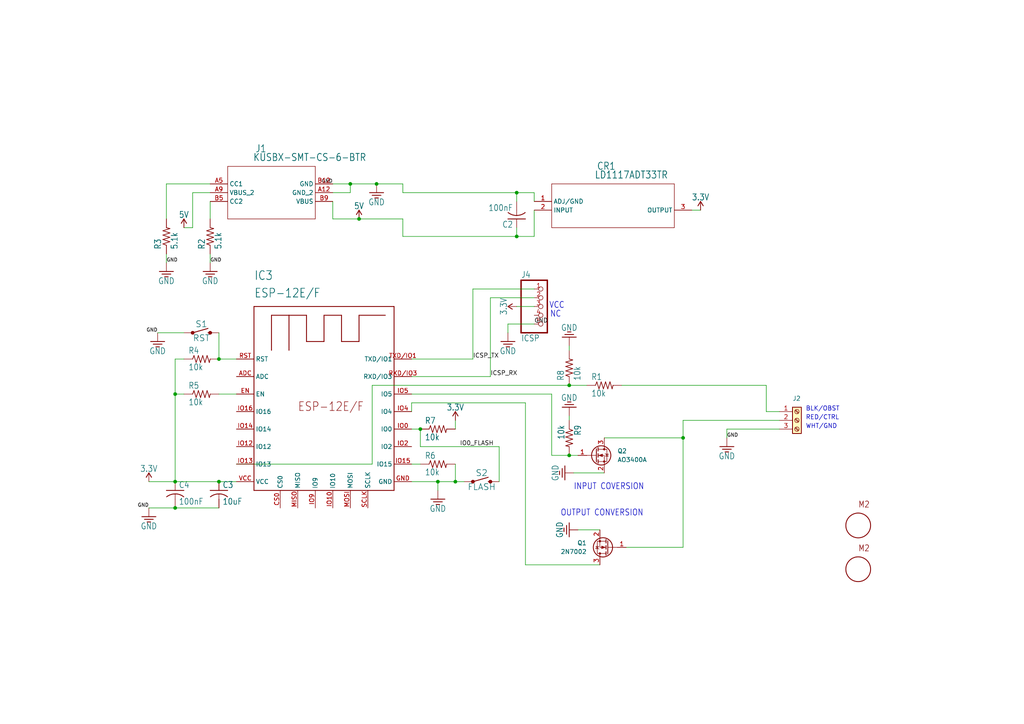
<source format=kicad_sch>
(kicad_sch (version 20231120) (generator "eeschema") (generator_version "8.0")
  (paper "A4")
  (lib_symbols
    (symbol "8266_a1_bridge_v1-eagle-import:3.3V" (power)
      (property "Value" "3.3V" (at 0 2.794 0))
      (symbol "3.3V_1_0"
        (polyline (pts (xy 0 2.54) (xy -0.762 1.27)) (stroke (width 0.254)))
        (polyline (pts (xy 0.762 1.27) (xy 0 2.54)) (stroke (width 0.254)))
        (pin power_in line (at 0 0 90) (length 2.54) (name "3.3V") (number "1"))
      )
    )
    (symbol "8266_a1_bridge_v1-eagle-import:5V" (power)
      (property "Value" "5V" (at 0 2.794 0))
      (symbol "5V_1_0"
        (polyline (pts (xy 0 2.54) (xy -0.762 1.27)) (stroke (width 0.254)))
        (polyline (pts (xy 0.762 1.27) (xy 0 2.54)) (stroke (width 0.254)))
        (pin power_in line (at 0 0 90) (length 2.54) (name "5V") (number "1"))
      )
    )
    (symbol "8266_a1_bridge_v1-eagle-import:GND2" (power)
      (property "Value" "GND2" (at 0 -1.778 0))
      (symbol "GND2_1_0"
        (polyline (pts (xy -2.032 0) (xy 2.032 0)) (stroke (width 0.254)))
        (polyline (pts (xy -1.27 -0.762) (xy 1.27 -0.762)) (stroke (width 0.254)))
        (polyline (pts (xy -0.508 -1.524) (xy 0.508 -1.524)) (stroke (width 0.254)))
        (pin power_in line (at 0 2.54 270) (length 2.54) (name "GND") (number "1"))
      )
    )
    (symbol "Library:2N7002" (pin_names hide)
      (property "Reference" "Q" (at 5.08 1.905 0))
      (property "Value" "2N7002" (at 5.08 0 0))
      (symbol "2N7002_0_1"
        (polyline (pts (xy 0.254 0) (xy -2.54 0)))
        (polyline (pts (xy 0.254 1.905) (xy 0.254 -1.905)) (stroke (width 0.254)))
        (polyline (pts (xy 0.762 -1.27) (xy 0.762 -2.286)) (stroke (width 0.254)))
        (polyline (pts (xy 0.762 0.508) (xy 0.762 -0.508)) (stroke (width 0.254)))
        (polyline (pts (xy 0.762 2.286) (xy 0.762 1.27)) (stroke (width 0.254)))
        (polyline (pts (xy 2.54 2.54) (xy 2.54 1.778)))
        (polyline (pts (xy 2.54 -2.54) (xy 2.54 0) (xy 0.762 0)))
        (polyline (pts (xy 0.762 -1.778) (xy 3.302 -1.778) (xy 3.302 1.778) (xy 0.762 1.778)))
        (polyline (pts (xy 1.016 0) (xy 2.032 0.381) (xy 2.032 -0.381) (xy 1.016 0)) (fill (type outline)))
        (polyline (pts (xy 2.794 0.508) (xy 2.921 0.381) (xy 3.683 0.381) (xy 3.81 0.254)))
        (polyline (pts (xy 3.302 0.381) (xy 2.921 -0.254) (xy 3.683 -0.254) (xy 3.302 0.381)))
        (circle (center 1.651 0) (radius 2.794) (stroke (width 0.254)))
        (circle (center 2.54 -1.778) (radius 0.254) (fill (type outline)))
        (circle (center 2.54 1.778) (radius 0.254) (fill (type outline)))
      )
      (symbol "2N7002_1_1"
        (pin input line (at -5.08 0 0) (length 2.54) (name "G") (number "1"))
        (pin passive line (at 2.54 -5.08 90) (length 2.54) (name "S") (number "2"))
        (pin passive line (at 2.54 5.08 270) (length 2.54) (name "D") (number "3"))
      )
    )
    (symbol "Library:AO3400A" (pin_names hide)
      (property "Reference" "Q" (at 5.08 1.905 0))
      (property "Value" "AO3400A" (at 5.08 0 0))
      (symbol "AO3400A_0_1"
        (polyline (pts (xy 0.254 0) (xy -2.54 0)))
        (polyline (pts (xy 0.254 1.905) (xy 0.254 -1.905)) (stroke (width 0.254)))
        (polyline (pts (xy 0.762 -1.27) (xy 0.762 -2.286)) (stroke (width 0.254)))
        (polyline (pts (xy 0.762 0.508) (xy 0.762 -0.508)) (stroke (width 0.254)))
        (polyline (pts (xy 0.762 2.286) (xy 0.762 1.27)) (stroke (width 0.254)))
        (polyline (pts (xy 2.54 2.54) (xy 2.54 1.778)))
        (polyline (pts (xy 2.54 -2.54) (xy 2.54 0) (xy 0.762 0)))
        (polyline (pts (xy 0.762 -1.778) (xy 3.302 -1.778) (xy 3.302 1.778) (xy 0.762 1.778)))
        (polyline (pts (xy 1.016 0) (xy 2.032 0.381) (xy 2.032 -0.381) (xy 1.016 0)) (fill (type outline)))
        (polyline (pts (xy 2.794 0.508) (xy 2.921 0.381) (xy 3.683 0.381) (xy 3.81 0.254)))
        (polyline (pts (xy 3.302 0.381) (xy 2.921 -0.254) (xy 3.683 -0.254) (xy 3.302 0.381)))
        (circle (center 1.651 0) (radius 2.794) (stroke (width 0.254)))
        (circle (center 2.54 -1.778) (radius 0.254) (fill (type outline)))
        (circle (center 2.54 1.778) (radius 0.254) (fill (type outline)))
      )
      (symbol "AO3400A_1_1"
        (pin input line (at -5.08 0 0) (length 2.54) (name "G") (number "1"))
        (pin passive line (at 2.54 -5.08 90) (length 2.54) (name "S") (number "2"))
        (pin passive line (at 2.54 5.08 270) (length 2.54) (name "D") (number "3"))
      )
    )
    (symbol "Library:C-USC0805"
      (property "Reference" "C" (at 1.016 0.635 0))
      (property "Value" "C-USC0805" (at 1.016 -4.191 0))
      (symbol "C-USC0805_1_0"
        (arc (start 0 -1.0161) (mid -1.302 -1.2303) (end -2.4668 -1.8504) (stroke (width 0.254)))
        (polyline (pts (xy -2.54 0) (xy 2.54 0)) (stroke (width 0.254)))
        (polyline (pts (xy 0 -1.016) (xy 0 -2.54)) (stroke (width 0.1524)))
        (arc (start 2.4892 -1.8542) (mid 1.3158 -1.2195) (end 0 -1) (stroke (width 0.254)))
        (pin passive line (at 0 2.54 270) (length 2.54) (name "1") (number "1"))
        (pin passive line (at 0 -5.08 90) (length 2.54) (name "2") (number "2"))
      )
    )
    (symbol "Library:ESP-12E/F"
      (property "Reference" "IC" (at -20.32 43.18 0))
      (property "Value" "ESP-12E{slash}F" (at -20.32 38.1 0))
      (symbol "ESP-12E/F_1_0"
        (polyline (pts (xy -20.32 -17.78) (xy -20.32 35.56)) (stroke (width 0.254)))
        (polyline (pts (xy -20.32 35.56) (xy 20.32 35.56)) (stroke (width 0.254)))
        (polyline (pts (xy -15.24 22.86) (xy -15.24 33.02)) (stroke (width 0.254)))
        (polyline (pts (xy -15.24 33.02) (xy -10.16 33.02)) (stroke (width 0.254)))
        (polyline (pts (xy -10.16 22.86) (xy -10.16 33.02)) (stroke (width 0.254)))
        (polyline (pts (xy -10.16 33.02) (xy -5.08 33.02)) (stroke (width 0.254)))
        (polyline (pts (xy -5.08 25.4) (xy 0 25.4)) (stroke (width 0.254)))
        (polyline (pts (xy -5.08 33.02) (xy -5.08 25.4)) (stroke (width 0.254)))
        (polyline (pts (xy 0 25.4) (xy 0 33.02)) (stroke (width 0.254)))
        (polyline (pts (xy 0 33.02) (xy 5.08 33.02)) (stroke (width 0.254)))
        (polyline (pts (xy 5.08 25.4) (xy 10.16 25.4)) (stroke (width 0.254)))
        (polyline (pts (xy 5.08 33.02) (xy 5.08 25.4)) (stroke (width 0.254)))
        (polyline (pts (xy 10.16 25.4) (xy 10.16 33.02)) (stroke (width 0.254)))
        (polyline (pts (xy 10.16 33.02) (xy 17.78 33.02)) (stroke (width 0.254)))
        (polyline (pts (xy 20.32 -17.78) (xy -20.32 -17.78)) (stroke (width 0.254)))
        (polyline (pts (xy 20.32 35.56) (xy 20.32 -17.78)) (stroke (width 0.254)))
        (text "ESP-12E/F" (at -7.62 5.08 0) (effects (font (size 2.54 2.159)) (justify left bottom)))
        (pin bidirectional line (at -25.4 15.24 0) (length 5.08) (name "ADC") (number "ADC"))
        (pin bidirectional line (at -12.7 -22.86 90) (length 5.08) (name "CS0") (number "CS0"))
        (pin bidirectional line (at -25.4 10.16 0) (length 5.08) (name "EN") (number "EN"))
        (pin power_in line (at 25.4 -15.24 180) (length 5.08) (name "GND") (number "GND"))
        (pin bidirectional line (at 25.4 0 180) (length 5.08) (name "IO0") (number "IO0"))
        (pin bidirectional line (at 2.54 -22.86 90) (length 5.08) (name "IO10") (number "IO10"))
        (pin bidirectional line (at -25.4 -5.08 0) (length 5.08) (name "IO12") (number "IO12"))
        (pin bidirectional line (at -25.4 -10.16 0) (length 5.08) (name "IO13") (number "IO13"))
        (pin bidirectional line (at -25.4 0 0) (length 5.08) (name "IO14") (number "IO14"))
        (pin bidirectional line (at 25.4 -10.16 180) (length 5.08) (name "IO15") (number "IO15"))
        (pin bidirectional line (at -25.4 5.08 0) (length 5.08) (name "IO16") (number "IO16"))
        (pin bidirectional line (at 25.4 -5.08 180) (length 5.08) (name "IO2") (number "IO2"))
        (pin bidirectional line (at 25.4 5.08 180) (length 5.08) (name "IO4") (number "IO4"))
        (pin bidirectional line (at 25.4 10.16 180) (length 5.08) (name "IO5") (number "IO5"))
        (pin bidirectional line (at -2.54 -22.86 90) (length 5.08) (name "IO9") (number "IO9"))
        (pin bidirectional line (at -7.62 -22.86 90) (length 5.08) (name "MISO") (number "MISO"))
        (pin bidirectional line (at 7.62 -22.86 90) (length 5.08) (name "MOSI") (number "MOSI"))
        (pin input line (at -25.4 20.32 0) (length 5.08) (name "RST") (number "RST"))
        (pin bidirectional line (at 25.4 15.24 180) (length 5.08) (name "RXD/IO3") (number "RXD/IO3"))
        (pin bidirectional line (at 12.7 -22.86 90) (length 5.08) (name "SCLK") (number "SCLK"))
        (pin bidirectional line (at 25.4 20.32 180) (length 5.08) (name "TXD/IO1") (number "TXD/IO1"))
        (pin power_in line (at -25.4 -15.24 0) (length 5.08) (name "VCC") (number "VCC"))
      )
    )
    (symbol "Library:KUSBX-SMT-CS-6-BTR"
      (property "Reference" "J" (at 15.5956 9.1186 0))
      (property "Value" "KUSBX-SMT-CS-6-BTR" (at 14.9606 6.5786 0))
      (symbol "KUSBX-SMT-CS-6-BTR_1_0"
        (polyline (pts (xy 7.62 -10.16) (xy 33.02 -10.16)) (stroke (width 0.1524)))
        (polyline (pts (xy 7.62 5.08) (xy 7.62 -10.16)) (stroke (width 0.1524)))
        (polyline (pts (xy 33.02 -10.16) (xy 33.02 5.08)) (stroke (width 0.1524)))
        (polyline (pts (xy 33.02 5.08) (xy 7.62 5.08)) (stroke (width 0.1524)))
        (pin passive line (at 38.1 -2.54 180) (length 5.08) (name "GND_2") (number "A12"))
        (pin bidirectional line (at 2.54 0 0) (length 5.08) (name "CC1") (number "A5"))
        (pin power_in line (at 2.54 -2.54 0) (length 5.08) (name "VBUS_2") (number "A9"))
        (pin passive line (at 38.1 0 180) (length 5.08) (name "GND") (number "B12"))
        (pin bidirectional line (at 2.54 -5.08 0) (length 5.08) (name "CC2") (number "B5"))
        (pin power_in line (at 38.1 -5.08 180) (length 5.08) (name "VBUS") (number "B9"))
      )
    )
    (symbol "Library:LD1117ADT33TR"
      (property "Reference" "CR" (at 20.6756 9.1186 0))
      (property "Value" "LD1117ADT33TR" (at 20.0406 6.5786 0))
      (symbol "LD1117ADT33TR_1_0"
        (polyline (pts (xy 7.62 -7.62) (xy 43.18 -7.62)) (stroke (width 0.1524)))
        (polyline (pts (xy 7.62 5.08) (xy 7.62 -7.62)) (stroke (width 0.1524)))
        (polyline (pts (xy 43.18 -7.62) (xy 43.18 5.08)) (stroke (width 0.1524)))
        (polyline (pts (xy 43.18 5.08) (xy 7.62 5.08)) (stroke (width 0.1524)))
        (pin passive line (at 2.54 0 0) (length 5.08) (name "ADJ/GND") (number "1"))
        (pin input line (at 2.54 -2.54 0) (length 5.08) (name "INPUT") (number "2"))
        (pin output line (at 48.26 -2.54 180) (length 5.08) (name "OUTPUT") (number "3"))
      )
    )
    (symbol "Library:M2-POST"
      (symbol "M2-POST_1_0"
        (circle (center 0 0) (radius 3.5921) (stroke (width 0.254)))
        (text "M2" (at 0 5.08 0) (effects (font (size 1.778 1.5113)) (justify left bottom)))
      )
    )
    (symbol "Library:MOMENTARY-SWITCH-SPST-PTH-6.0MM"
      (property "Reference" "S" (at 0 1.524 0))
      (property "Value" "MOMENTARY-SWITCH-SPST-PTH-6.0MM" (at 0 -0.508 0))
      (symbol "MOMENTARY-SWITCH-SPST-PTH-6.0MM_1_0"
        (circle (center -2.54 0) (radius 0.127) (stroke (width 0.4064)))
        (polyline (pts (xy -2.54 0) (xy 1.905 1.27)) (stroke (width 0.254)))
        (polyline (pts (xy 1.905 0) (xy 2.54 0)) (stroke (width 0.254)))
        (circle (center 2.54 0) (radius 0.127) (stroke (width 0.4064)))
        (pin passive line (at -5.08 0 0) (length 2.54) (name "1") (number "1"))
        (pin passive line (at 5.08 0 180) (length 2.54) (name "2") (number "3"))
      )
    )
    (symbol "Library:PINHD-1X5"
      (property "Reference" "JP" (at -6.35 8.255 0))
      (property "Value" "PINHD-1X5" (at -6.35 -10.16 0))
      (symbol "PINHD-1X5_1_0"
        (polyline (pts (xy -6.35 -7.62) (xy 1.27 -7.62)) (stroke (width 0.4064)))
        (polyline (pts (xy -6.35 7.62) (xy -6.35 -7.62)) (stroke (width 0.4064)))
        (polyline (pts (xy 1.27 -7.62) (xy 1.27 7.62)) (stroke (width 0.4064)))
        (polyline (pts (xy 1.27 7.62) (xy -6.35 7.62)) (stroke (width 0.4064)))
        (pin passive inverted (at -2.54 5.08 0) (length 2.54) (name "1") (number "1"))
        (pin passive inverted (at -2.54 2.54 0) (length 2.54) (name "2") (number "2"))
        (pin passive inverted (at -2.54 0 0) (length 2.54) (name "3") (number "3"))
        (pin passive inverted (at -2.54 -2.54 0) (length 2.54) (name "4") (number "4"))
        (pin passive inverted (at -2.54 -5.08 0) (length 2.54) (name "5") (number "5"))
      )
    )
    (symbol "Library:R-US_R0805"
      (property "Reference" "R" (at -3.81 1.4986 0))
      (property "Value" "R-US_R0805" (at -3.81 -3.302 0))
      (symbol "R-US_R0805_1_0"
        (polyline (pts (xy -2.54 0) (xy -2.159 1.016)) (stroke (width 0.2032)))
        (polyline (pts (xy -2.159 1.016) (xy -1.524 -1.016)) (stroke (width 0.2032)))
        (polyline (pts (xy -1.524 -1.016) (xy -0.889 1.016)) (stroke (width 0.2032)))
        (polyline (pts (xy -0.889 1.016) (xy -0.254 -1.016)) (stroke (width 0.2032)))
        (polyline (pts (xy -0.254 -1.016) (xy 0.381 1.016)) (stroke (width 0.2032)))
        (polyline (pts (xy 0.381 1.016) (xy 1.016 -1.016)) (stroke (width 0.2032)))
        (polyline (pts (xy 1.016 -1.016) (xy 1.651 1.016)) (stroke (width 0.2032)))
        (polyline (pts (xy 1.651 1.016) (xy 2.286 -1.016)) (stroke (width 0.2032)))
        (polyline (pts (xy 2.286 -1.016) (xy 2.54 0)) (stroke (width 0.2032)))
        (pin passive line (at -5.08 0 0) (length 2.54) (name "1") (number "1"))
        (pin passive line (at 5.08 0 180) (length 2.54) (name "2") (number "2"))
      )
    )
    (symbol "Library:Screw_Terminal_01x03" (pin_names (offset 1.016) hide)
      (property "Reference" "J" (at 0 5.08 0))
      (property "Value" "Screw_Terminal_01x03" (at 0 -5.08 0))
      (symbol "Screw_Terminal_01x03_1_1"
        (rectangle (start -1.27 3.81) (end 1.27 -3.81) (stroke (width 0.254)) (fill (type background)))
        (circle (center 0 -2.54) (radius 0.635) (stroke (width 0.1524)))
        (polyline (pts (xy -0.5334 -2.2098) (xy 0.3302 -3.048)) (stroke (width 0.1524)))
        (polyline (pts (xy -0.5334 0.3302) (xy 0.3302 -0.508)) (stroke (width 0.1524)))
        (polyline (pts (xy -0.5334 2.8702) (xy 0.3302 2.032)) (stroke (width 0.1524)))
        (polyline (pts (xy -0.3556 -2.032) (xy 0.508 -2.8702)) (stroke (width 0.1524)))
        (polyline (pts (xy -0.3556 0.508) (xy 0.508 -0.3302)) (stroke (width 0.1524)))
        (polyline (pts (xy -0.3556 3.048) (xy 0.508 2.2098)) (stroke (width 0.1524)))
        (circle (center 0 0) (radius 0.635) (stroke (width 0.1524)))
        (circle (center 0 2.54) (radius 0.635) (stroke (width 0.1524)))
        (pin passive line (at -5.08 2.54 0) (length 3.81) (name "Pin_1") (number "1"))
        (pin passive line (at -5.08 0 0) (length 3.81) (name "Pin_2") (number "2"))
        (pin passive line (at -5.08 -2.54 0) (length 3.81) (name "Pin_3") (number "3"))
      )
    )
  )
  (junction (at 198.12 127))
  (junction (at 101.6 53.34))
  (junction (at 63.5 139.7))
  (junction (at 165.1 111.76))
  (junction (at 50.8 147.32))
  (junction (at 132.08 139.7))
  (junction (at 127 139.7))
  (junction (at 149.86 68.58))
  (junction (at 165.1 132.08))
  (junction (at 50.8 139.7))
  (junction (at 50.8 114.3))
  (junction (at 109.22 53.34))
  (junction (at 63.5 104.14))
  (junction (at 104.14 63.5))
  (junction (at 121.92 124.46))
  (junction (at 149.86 55.88))
  (wire (pts (xy 50.8 139.7) (xy 63.5 139.7)))
  (wire (pts (xy 167.64 153.67) (xy 173.99 153.67)))
  (wire (pts (xy 165.1 120.65) (xy 165.1 121.92)))
  (wire (pts (xy 63.5 139.7) (xy 68.58 139.7)))
  (wire (pts (xy 109.22 53.34) (xy 116.84 53.34)))
  (wire (pts (xy 198.12 127) (xy 198.12 121.92)))
  (wire (pts (xy 43.18 147.32) (xy 50.8 147.32)))
  (wire (pts (xy 198.12 121.92) (xy 226.06 121.92)))
  (wire (pts (xy 50.8 139.7) (xy 50.8 114.3)))
  (wire (pts (xy 149.86 55.88) (xy 154.94 55.88)))
  (wire (pts (xy 63.5 104.14) (xy 63.5 96.52)))
  (wire (pts (xy 60.96 53.34) (xy 48.26 53.34)))
  (wire (pts (xy 222.25 119.38) (xy 226.06 119.38)))
  (wire (pts (xy 137.16 83.82) (xy 154.94 83.82)))
  (wire (pts (xy 160.02 114.3) (xy 160.02 132.08)))
  (wire (pts (xy 132.08 134.62) (xy 132.08 139.7)))
  (wire (pts (xy 119.38 114.3) (xy 160.02 114.3)))
  (wire (pts (xy 127 139.7) (xy 127 142.24)))
  (wire (pts (xy 166.37 137.16) (xy 175.26 137.16)))
  (wire (pts (xy 45.72 96.52) (xy 53.34 96.52)))
  (wire (pts (xy 132.08 121.92) (xy 132.08 124.46)))
  (wire (pts (xy 96.52 63.5) (xy 104.14 63.5)))
  (wire (pts (xy 152.4 163.83) (xy 173.99 163.83)))
  (wire (pts (xy 222.25 111.76) (xy 222.25 119.38)))
  (wire (pts (xy 116.84 63.5) (xy 116.84 68.58)))
  (wire (pts (xy 121.92 129.54) (xy 144.78 129.54)))
  (wire (pts (xy 165.1 111.76) (xy 170.18 111.76)))
  (wire (pts (xy 107.95 111.76) (xy 165.1 111.76)))
  (wire (pts (xy 160.02 132.08) (xy 165.1 132.08)))
  (wire (pts (xy 154.94 55.88) (xy 154.94 58.42)))
  (wire (pts (xy 165.1 100.33) (xy 165.1 101.6)))
  (wire (pts (xy 60.96 55.88) (xy 55.88 55.88)))
  (wire (pts (xy 144.78 129.54) (xy 144.78 139.7)))
  (wire (pts (xy 50.8 104.14) (xy 53.34 104.14)))
  (wire (pts (xy 48.26 53.34) (xy 48.26 63.5)))
  (wire (pts (xy 149.86 88.9) (xy 154.94 88.9)))
  (wire (pts (xy 149.86 68.58) (xy 154.94 68.58)))
  (wire (pts (xy 154.94 68.58) (xy 154.94 60.96)))
  (wire (pts (xy 119.38 139.7) (xy 127 139.7)))
  (wire (pts (xy 119.38 124.46) (xy 121.92 124.46)))
  (wire (pts (xy 68.58 134.62) (xy 107.95 134.62)))
  (wire (pts (xy 119.38 116.84) (xy 152.4 116.84)))
  (wire (pts (xy 127 139.7) (xy 132.08 139.7)))
  (wire (pts (xy 142.24 86.36) (xy 154.94 86.36)))
  (wire (pts (xy 198.12 158.75) (xy 198.12 127)))
  (wire (pts (xy 96.52 55.88) (xy 101.6 55.88)))
  (wire (pts (xy 147.32 93.98) (xy 154.94 93.98)))
  (wire (pts (xy 60.96 76.2) (xy 60.96 73.66)))
  (wire (pts (xy 53.34 114.3) (xy 50.8 114.3)))
  (wire (pts (xy 165.1 132.08) (xy 167.64 132.08)))
  (wire (pts (xy 119.38 134.62) (xy 121.92 134.62)))
  (wire (pts (xy 119.38 104.14) (xy 137.16 104.14)))
  (wire (pts (xy 96.52 53.34) (xy 101.6 53.34)))
  (wire (pts (xy 210.82 127) (xy 210.82 124.46)))
  (wire (pts (xy 60.96 58.42) (xy 60.96 63.5)))
  (wire (pts (xy 101.6 55.88) (xy 101.6 53.34)))
  (wire (pts (xy 121.92 124.46) (xy 121.92 129.54)))
  (wire (pts (xy 175.26 127) (xy 198.12 127)))
  (wire (pts (xy 149.86 66.04) (xy 149.86 68.58)))
  (wire (pts (xy 180.34 111.76) (xy 222.25 111.76)))
  (wire (pts (xy 210.82 124.46) (xy 226.06 124.46)))
  (wire (pts (xy 96.52 58.42) (xy 96.52 63.5)))
  (wire (pts (xy 137.16 104.14) (xy 137.16 83.82)))
  (wire (pts (xy 132.08 139.7) (xy 134.62 139.7)))
  (wire (pts (xy 116.84 68.58) (xy 149.86 68.58)))
  (wire (pts (xy 68.58 104.14) (xy 63.5 104.14)))
  (wire (pts (xy 101.6 53.34) (xy 109.22 53.34)))
  (wire (pts (xy 116.84 55.88) (xy 149.86 55.88)))
  (wire (pts (xy 104.14 63.5) (xy 116.84 63.5)))
  (wire (pts (xy 50.8 114.3) (xy 50.8 104.14)))
  (wire (pts (xy 181.61 158.75) (xy 198.12 158.75)))
  (wire (pts (xy 55.88 66.04) (xy 53.34 66.04)))
  (wire (pts (xy 50.8 147.32) (xy 63.5 147.32)))
  (wire (pts (xy 107.95 134.62) (xy 107.95 111.76)))
  (wire (pts (xy 55.88 55.88) (xy 55.88 66.04)))
  (wire (pts (xy 152.4 116.84) (xy 152.4 163.83)))
  (wire (pts (xy 43.18 139.7) (xy 50.8 139.7)))
  (wire (pts (xy 119.38 109.22) (xy 142.24 109.22)))
  (wire (pts (xy 116.84 55.88) (xy 116.84 53.34)))
  (wire (pts (xy 48.26 76.2) (xy 48.26 73.66)))
  (wire (pts (xy 68.58 114.3) (xy 63.5 114.3)))
  (wire (pts (xy 149.86 58.42) (xy 149.86 55.88)))
  (wire (pts (xy 200.66 60.96) (xy 203.2 60.96)))
  (wire (pts (xy 147.32 96.52) (xy 147.32 93.98)))
  (wire (pts (xy 119.38 119.38) (xy 119.38 116.84)))
  (wire (pts (xy 142.24 109.22) (xy 142.24 86.36)))
  (text "INPUT COVERSION" (at 166.37 142.24 0) (effects (font (size 1.778 1.5113)) (justify left bottom)))
  (text "BLK/OBST" (at 233.68 119.38 0) (effects (font (size 1.27 1.27)) (justify left bottom)))
  (text "NC" (at 159.512 92.202 0) (effects (font (size 1.778 1.5113)) (justify left bottom)))
  (text "WHT/GND" (at 233.68 124.46 0) (effects (font (size 1.27 1.27)) (justify left bottom)))
  (text "OUTPUT CONVERSION" (at 162.56 149.86 0) (effects (font (size 1.778 1.5113)) (justify left bottom)))
  (text "RED/CTRL" (at 233.68 121.92 0) (effects (font (size 1.27 1.27)) (justify left bottom)))
  (text "VCC" (at 159.258 89.662 0) (effects (font (size 1.778 1.5113)) (justify left bottom)))
  (label "IO0_FLASH" (at 133.35 129.54 0) (effects (font (size 1.2446 1.2446))))
  (label "GND" (at 60.96 76.2 0) (effects (font (size 1.016 1.016))))
  (label "GND" (at 154.94 93.98 0) (effects (font (size 1.2446 1.2446))))
  (label "GND" (at 43.18 147.32 180) (effects (font (size 1.016 1.016))))
  (label "ICSP_RX" (at 142.24 109.22 0) (effects (font (size 1.2446 1.2446))))
  (label "GND" (at 96.52 53.34 180) (effects (font (size 1.016 1.016))))
  (label "GND" (at 45.72 96.52 180) (effects (font (size 1.016 1.016))))
  (label "GND" (at 48.26 76.2 0) (effects (font (size 1.016 1.016))))
  (label "ICSP_TX" (at 137.16 104.14 0) (effects (font (size 1.2446 1.2446))))
  (label "GND" (at 210.82 127 0) (effects (font (size 1.016 1.016))))
  (symbol (lib_id "Library:C-USC0805") (at 50.8 142.24 0) (unit 1)
    (property "Reference" "C4" (at 51.816 141.605 0) (effects (font (size 1.778 1.5113)) (justify left bottom)))
    (property "Value" "100nF" (at 51.816 146.431 0) (effects (font (size 1.778 1.5113)) (justify left bottom)))
    (property "Footprint" "8266_a1_bridge_v1:C0805" (effects (hide yes)))
  )
  (symbol (lib_id "8266_a1_bridge_v1-eagle-import:GND2") (at 60.96 78.74 0) (unit 1)
    (property "Reference" "#GND03" (effects (hide yes)))
    (property "Value" "GND" (at 60.96 80.518 0) (effects (font (size 1.778 1.5113)) (justify top)))
    (property "Footprint" "8266_a1_bridge_v1:" (effects (hide yes)))
  )
  (symbol (lib_id "8266_a1_bridge_v1-eagle-import:GND2") (at 43.18 149.86 0) (unit 1)
    (property "Reference" "#GND06" (effects (hide yes)))
    (property "Value" "GND" (at 43.18 151.638 0) (effects (font (size 1.778 1.5113)) (justify top)))
    (property "Footprint" "8266_a1_bridge_v1:" (effects (hide yes)))
  )
  (symbol (lib_id "Library:LD1117ADT33TR") (at 152.4 58.42 0) (unit 1)
    (property "Reference" "CR1" (at 173.0756 49.3014 0) (effects (font (size 2.0828 1.7703)) (justify left bottom)))
    (property "Value" "LD1117ADT33TR" (at 172.4406 51.8414 0) (effects (font (size 2.0828 1.7703)) (justify left bottom)))
    (property "Footprint" "8266_a1_bridge_v1:DPAK_STM" (effects (hide yes)))
  )
  (symbol (lib_id "8266_a1_bridge_v1-eagle-import:GND2") (at 165.1 97.79 180) (unit 1)
    (property "Reference" "#GND01" (effects (hide yes)))
    (property "Value" "GND" (at 165.1 96.012 0) (effects (font (size 1.778 1.5113)) (justify top)))
    (property "Footprint" "8266_a1_bridge_v1:" (effects (hide yes)))
  )
  (symbol (lib_id "Library:MOMENTARY-SWITCH-SPST-PTH-6.0MM") (at 139.7 139.7 0) (unit 1)
    (property "Reference" "S2" (at 139.7 138.176 0) (effects (font (size 1.778 1.778)) (justify bottom)))
    (property "Value" "FLASH" (at 139.7 140.208 0) (effects (font (size 1.778 1.778)) (justify top)))
    (property "Footprint" "8266_a1_bridge_v1:TACTILE_SWITCH_PTH_6.0MM" (effects (hide yes)))
  )
  (symbol (lib_id "Library:R-US_R0805") (at 60.96 68.58 90) (unit 1)
    (property "Reference" "R2" (at 59.4614 72.39 0) (effects (font (size 1.778 1.5113)) (justify left bottom)))
    (property "Value" "5.1k" (at 64.262 72.39 0) (effects (font (size 1.778 1.5113)) (justify left bottom)))
    (property "Footprint" "8266_a1_bridge_v1:R0805" (effects (hide yes)))
  )
  (symbol (lib_id "8266_a1_bridge_v1-eagle-import:3.3V") (at 43.18 139.7 0) (mirror y) (unit 1)
    (property "Reference" "#SUPPLY06" (effects (hide yes)))
    (property "Value" "3.3V" (at 43.18 136.906 0) (effects (font (size 1.778 1.5113)) (justify bottom)))
    (property "Footprint" "8266_a1_bridge_v1:" (effects (hide yes)))
  )
  (symbol (lib_id "Library:ESP-12E/F") (at 93.98 124.46 0) (unit 1)
    (property "Reference" "IC3" (at 73.66 81.28 0) (effects (font (size 2.54 2.159)) (justify left bottom)))
    (property "Value" "ESP-12E{slash}F" (at 73.66 86.36 0) (effects (font (size 2.54 2.159)) (justify left bottom)))
    (property "Footprint" "8266_a1_bridge_v1:ESP-12E" (effects (hide yes)))
  )
  (symbol (lib_id "Library:MOMENTARY-SWITCH-SPST-PTH-6.0MM") (at 58.42 96.52 0) (unit 1)
    (property "Reference" "S1" (at 58.42 94.996 0) (effects (font (size 1.778 1.778)) (justify bottom)))
    (property "Value" "RST" (at 58.42 97.028 0) (effects (font (size 1.778 1.778)) (justify top)))
    (property "Footprint" "8266_a1_bridge_v1:TACTILE_SWITCH_PTH_6.0MM" (effects (hide yes)))
  )
  (symbol (lib_id "Library:R-US_R0805") (at 175.26 111.76 0) (unit 1)
    (property "Reference" "R1" (at 171.45 110.2614 0) (effects (font (size 1.778 1.5113)) (justify left bottom)))
    (property "Value" "10k" (at 171.45 115.062 0) (effects (font (size 1.778 1.5113)) (justify left bottom)))
    (property "Footprint" "8266_a1_bridge_v1:R0805" (effects (hide yes)))
  )
  (symbol (lib_id "Library:C-USC0805") (at 149.86 63.5 180) (unit 1)
    (property "Reference" "C2" (at 148.844 64.135 0) (effects (font (size 1.778 1.5113)) (justify left bottom)))
    (property "Value" "100nF" (at 148.844 59.309 0) (effects (font (size 1.778 1.5113)) (justify left bottom)))
    (property "Footprint" "8266_a1_bridge_v1:C0805" (effects (hide yes)))
  )
  (symbol (lib_id "Library:Screw_Terminal_01x03") (at 231.14 121.92 0) (unit 1)
    (property "Reference" "J2" (at 229.87 115.57 0) (effects (justify left)))
    (property "Value" "Screw_Terminal_01x03" (effects (hide yes)))
    (property "Footprint" "TerminalBlock_MetzConnect:TerminalBlock_MetzConnect_Type011_RT05503HBWC_1x03_P5.00mm_Horizontal" (effects (hide yes)))
  )
  (symbol (lib_id "8266_a1_bridge_v1-eagle-import:GND2") (at 165.1 118.11 180) (unit 1)
    (property "Reference" "#GND012" (effects (hide yes)))
    (property "Value" "GND" (at 165.1 116.332 0) (effects (font (size 1.778 1.5113)) (justify top)))
    (property "Footprint" "8266_a1_bridge_v1:" (effects (hide yes)))
  )
  (symbol (lib_id "8266_a1_bridge_v1-eagle-import:GND2") (at 210.82 129.54 0) (unit 1)
    (property "Reference" "#GND010" (effects (hide yes)))
    (property "Value" "GND" (at 210.82 131.318 0) (effects (font (size 1.778 1.5113)) (justify top)))
    (property "Footprint" "8266_a1_bridge_v1:" (effects (hide yes)))
  )
  (symbol (lib_id "8266_a1_bridge_v1-eagle-import:3.3V") (at 149.86 88.9 90) (unit 1)
    (property "Reference" "#SUPPLY08" (effects (hide yes)))
    (property "Value" "3.3V" (at 147.066 88.9 0) (effects (font (size 1.778 1.5113)) (justify bottom)))
    (property "Footprint" "8266_a1_bridge_v1:" (effects (hide yes)))
  )
  (symbol (lib_id "8266_a1_bridge_v1-eagle-import:GND2") (at 147.32 99.06 0) (unit 1)
    (property "Reference" "#GND08" (effects (hide yes)))
    (property "Value" "GND" (at 147.32 100.838 0) (effects (font (size 1.778 1.5113)) (justify top)))
    (property "Footprint" "8266_a1_bridge_v1:" (effects (hide yes)))
  )
  (symbol (lib_id "Library:R-US_R0805") (at 127 124.46 0) (unit 1)
    (property "Reference" "R7" (at 123.19 122.9614 0) (effects (font (size 1.778 1.5113)) (justify left bottom)))
    (property "Value" "10k" (at 123.19 127.762 0) (effects (font (size 1.778 1.5113)) (justify left bottom)))
    (property "Footprint" "8266_a1_bridge_v1:R0805" (effects (hide yes)))
  )
  (symbol (lib_id "Library:AO3400A") (at 172.72 132.08 0) (unit 1)
    (property "Reference" "Q2" (at 179.07 130.81 0) (effects (justify left)))
    (property "Value" "AO3400A" (at 179.07 133.35 0) (effects (justify left)))
    (property "Footprint" "Package_TO_SOT_SMD:SOT-23_Handsoldering" (effects (hide yes)))
    (property "Datasheet" "http://www.aosmd.com/pdfs/datasheet/AO3400A.pdf" (effects (hide yes)))
  )
  (symbol (lib_id "8266_a1_bridge_v1-eagle-import:GND2") (at 165.1 153.67 270) (unit 1)
    (property "Reference" "#GND09" (effects (hide yes)))
    (property "Value" "GND" (at 163.322 153.67 0) (effects (font (size 1.778 1.5113)) (justify top)))
    (property "Footprint" "8266_a1_bridge_v1:" (effects (hide yes)))
  )
  (symbol (lib_id "Library:M2-POST") (at 248.92 165.1 0) (unit 1)
    (property "Reference" "U$6" (effects (hide yes)))
    (property "Value" "M2-POST" (effects (hide yes)))
    (property "Footprint" "8266_a1_bridge_v1:M2-POST" (effects (hide yes)))
  )
  (symbol (lib_id "Library:R-US_R0805") (at 127 134.62 0) (unit 1)
    (property "Reference" "R6" (at 123.19 133.1214 0) (effects (font (size 1.778 1.5113)) (justify left bottom)))
    (property "Value" "10k" (at 123.19 137.922 0) (effects (font (size 1.778 1.5113)) (justify left bottom)))
    (property "Footprint" "8266_a1_bridge_v1:R0805" (effects (hide yes)))
  )
  (symbol (lib_id "Library:KUSBX-SMT-CS-6-BTR") (at 58.42 53.34 0) (unit 1)
    (property "Reference" "J1" (at 74.0156 44.2214 0) (effects (font (size 2.0828 1.7703)) (justify left bottom)))
    (property "Value" "KUSBX-SMT-CS-6-BTR" (at 73.3806 46.7614 0) (effects (font (size 2.0828 1.7703)) (justify left bottom)))
    (property "Footprint" "8266_a1_bridge_v1:KUSBX-SMT-CS-6-BTR_KYC" (effects (hide yes)))
  )
  (symbol (lib_id "8266_a1_bridge_v1-eagle-import:3.3V") (at 132.08 121.92 0) (unit 1)
    (property "Reference" "#SUPPLY07" (effects (hide yes)))
    (property "Value" "3.3V" (at 132.08 119.126 0) (effects (font (size 1.778 1.5113)) (justify bottom)))
    (property "Footprint" "8266_a1_bridge_v1:" (effects (hide yes)))
  )
  (symbol (lib_id "8266_a1_bridge_v1-eagle-import:3.3V") (at 203.2 60.96 0) (unit 1)
    (property "Reference" "#SUPPLY05" (effects (hide yes)))
    (property "Value" "3.3V" (at 203.2 58.166 0) (effects (font (size 1.778 1.5113)) (justify bottom)))
    (property "Footprint" "8266_a1_bridge_v1:" (effects (hide yes)))
  )
  (symbol (lib_id "8266_a1_bridge_v1-eagle-import:5V") (at 53.34 66.04 0) (unit 1)
    (property "Reference" "#SUPPLY03" (effects (hide yes)))
    (property "Value" "5V" (at 53.34 63.246 0) (effects (font (size 1.778 1.5113)) (justify bottom)))
    (property "Footprint" "8266_a1_bridge_v1:" (effects (hide yes)))
  )
  (symbol (lib_id "8266_a1_bridge_v1-eagle-import:GND2") (at 45.72 99.06 0) (unit 1)
    (property "Reference" "#GND07" (effects (hide yes)))
    (property "Value" "GND" (at 45.72 100.838 0) (effects (font (size 1.778 1.5113)) (justify top)))
    (property "Footprint" "8266_a1_bridge_v1:" (effects (hide yes)))
  )
  (symbol (lib_id "8266_a1_bridge_v1-eagle-import:GND2") (at 48.26 78.74 0) (unit 1)
    (property "Reference" "#GND04" (effects (hide yes)))
    (property "Value" "GND" (at 48.26 80.518 0) (effects (font (size 1.778 1.5113)) (justify top)))
    (property "Footprint" "8266_a1_bridge_v1:" (effects (hide yes)))
  )
  (symbol (lib_id "Library:PINHD-1X5") (at 157.48 88.9 0) (unit 1)
    (property "Reference" "J4" (at 151.13 80.645 0) (effects (font (size 1.778 1.5113)) (justify left bottom)))
    (property "Value" "ICSP" (at 151.13 99.06 0) (effects (font (size 1.778 1.5113)) (justify left bottom)))
    (property "Footprint" "8266_a1_bridge_v1:1X05" (effects (hide yes)))
  )
  (symbol (lib_id "Library:2N7002") (at 176.53 158.75 180) (unit 1)
    (property "Reference" "Q1" (at 170.18 157.48 0) (effects (justify left)))
    (property "Value" "2N7002" (at 170.18 160.02 0) (effects (justify left)))
    (property "Footprint" "Package_TO_SOT_SMD:SOT-23_Handsoldering" (effects (hide yes)))
    (property "Datasheet" "https://www.onsemi.com/pub/Collateral/NDS7002A-D.PDF" (effects (hide yes)))
  )
  (symbol (lib_id "8266_a1_bridge_v1-eagle-import:5V") (at 104.14 63.5 0) (unit 1)
    (property "Reference" "#SUPPLY01" (effects (hide yes)))
    (property "Value" "5V" (at 104.14 60.706 0) (effects (font (size 1.778 1.5113)) (justify bottom)))
    (property "Footprint" "8266_a1_bridge_v1:" (effects (hide yes)))
  )
  (symbol (lib_id "Library:M2-POST") (at 248.92 152.4 0) (unit 1)
    (property "Reference" "U$4" (effects (hide yes)))
    (property "Value" "M2-POST" (effects (hide yes)))
    (property "Footprint" "8266_a1_bridge_v1:M2-POST" (effects (hide yes)))
  )
  (symbol (lib_id "8266_a1_bridge_v1-eagle-import:GND2") (at 163.83 137.16 270) (unit 1)
    (property "Reference" "#GND011" (effects (hide yes)))
    (property "Value" "GND" (at 162.052 137.16 0) (effects (font (size 1.778 1.5113)) (justify top)))
    (property "Footprint" "8266_a1_bridge_v1:" (effects (hide yes)))
  )
  (symbol (lib_id "Library:R-US_R0805") (at 58.42 104.14 0) (unit 1)
    (property "Reference" "R4" (at 54.61 102.6414 0) (effects (font (size 1.778 1.5113)) (justify left bottom)))
    (property "Value" "10k" (at 54.61 107.442 0) (effects (font (size 1.778 1.5113)) (justify left bottom)))
    (property "Footprint" "8266_a1_bridge_v1:R0805" (effects (hide yes)))
  )
  (symbol (lib_id "Library:C-USC0805") (at 63.5 142.24 0) (unit 1)
    (property "Reference" "C3" (at 64.516 141.605 0) (effects (font (size 1.778 1.5113)) (justify left bottom)))
    (property "Value" "10uF" (at 64.516 146.431 0) (effects (font (size 1.778 1.5113)) (justify left bottom)))
    (property "Footprint" "8266_a1_bridge_v1:C0805" (effects (hide yes)))
  )
  (symbol (lib_id "Library:R-US_R0805") (at 165.1 106.68 90) (unit 1)
    (property "Reference" "R8" (at 163.6014 110.49 0) (effects (font (size 1.778 1.5113)) (justify left bottom)))
    (property "Value" "10k" (at 168.402 110.49 0) (effects (font (size 1.778 1.5113)) (justify left bottom)))
    (property "Footprint" "8266_a1_bridge_v1:R0805" (effects (hide yes)))
  )
  (symbol (lib_id "Library:R-US_R0805") (at 58.42 114.3 0) (unit 1)
    (property "Reference" "R5" (at 54.61 112.8014 0) (effects (font (size 1.778 1.5113)) (justify left bottom)))
    (property "Value" "10k" (at 54.61 117.602 0) (effects (font (size 1.778 1.5113)) (justify left bottom)))
    (property "Footprint" "8266_a1_bridge_v1:R0805" (effects (hide yes)))
  )
  (symbol (lib_id "8266_a1_bridge_v1-eagle-import:GND2") (at 127 144.78 0) (unit 1)
    (property "Reference" "#GND05" (effects (hide yes)))
    (property "Value" "GND" (at 127 146.558 0) (effects (font (size 1.778 1.5113)) (justify top)))
    (property "Footprint" "8266_a1_bridge_v1:" (effects (hide yes)))
  )
  (symbol (lib_id "8266_a1_bridge_v1-eagle-import:GND2") (at 109.22 55.88 0) (unit 1)
    (property "Reference" "#GND02" (effects (hide yes)))
    (property "Value" "GND" (at 109.22 57.658 0) (effects (font (size 1.778 1.5113)) (justify top)))
    (property "Footprint" "8266_a1_bridge_v1:" (effects (hide yes)))
  )
  (symbol (lib_id "Library:R-US_R0805") (at 165.1 127 270) (unit 1)
    (property "Reference" "R9" (at 166.5986 123.19 0) (effects (font (size 1.778 1.5113)) (justify left bottom)))
    (property "Value" "10k" (at 161.798 123.19 0) (effects (font (size 1.778 1.5113)) (justify left bottom)))
    (property "Footprint" "8266_a1_bridge_v1:R0805" (effects (hide yes)))
  )
  (symbol (lib_id "Library:R-US_R0805") (at 48.26 68.58 90) (unit 1)
    (property "Reference" "R3" (at 46.7614 72.39 0) (effects (font (size 1.778 1.5113)) (justify left bottom)))
    (property "Value" "5.1k" (at 51.562 72.39 0) (effects (font (size 1.778 1.5113)) (justify left bottom)))
    (property "Footprint" "8266_a1_bridge_v1:R0805" (effects (hide yes)))
  )
)
</source>
